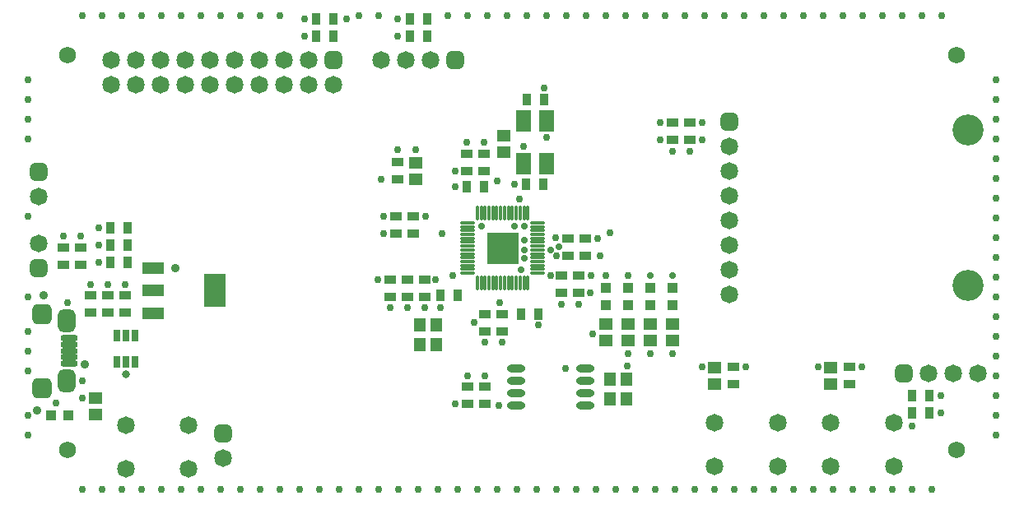
<source format=gts>
G04*
G04 #@! TF.GenerationSoftware,Altium Limited,Altium Designer,21.3.2 (30)*
G04*
G04 Layer_Color=8388736*
%FSLAX25Y25*%
%MOIN*%
G70*
G04*
G04 #@! TF.SameCoordinates,41522B4C-5660-4B3E-BEA4-8D9A01AACCA4*
G04*
G04*
G04 #@! TF.FilePolarity,Negative*
G04*
G01*
G75*
%ADD38R,0.06312X0.08674*%
%ADD39R,0.08871X0.04737*%
%ADD40R,0.08871X0.13595*%
%ADD41O,0.07493X0.03162*%
%ADD42R,0.13005X0.13005*%
%ADD43O,0.01587X0.05918*%
%ADD44O,0.05918X0.01587*%
%ADD45R,0.05300X0.04800*%
%ADD46R,0.04800X0.05300*%
G04:AMPARAMS|DCode=47|XSize=82.8mil|YSize=78.87mil|CornerRadius=21.72mil|HoleSize=0mil|Usage=FLASHONLY|Rotation=270.000|XOffset=0mil|YOffset=0mil|HoleType=Round|Shape=RoundedRectangle|*
%AMROUNDEDRECTD47*
21,1,0.08280,0.03543,0,0,270.0*
21,1,0.03937,0.07887,0,0,270.0*
1,1,0.04343,-0.01772,-0.01968*
1,1,0.04343,-0.01772,0.01968*
1,1,0.04343,0.01772,0.01968*
1,1,0.04343,0.01772,-0.01968*
%
%ADD47ROUNDEDRECTD47*%
G04:AMPARAMS|DCode=48|XSize=70.99mil|YSize=90.68mil|CornerRadius=19.75mil|HoleSize=0mil|Usage=FLASHONLY|Rotation=0.000|XOffset=0mil|YOffset=0mil|HoleType=Round|Shape=RoundedRectangle|*
%AMROUNDEDRECTD48*
21,1,0.07099,0.05118,0,0,0.0*
21,1,0.03150,0.09068,0,0,0.0*
1,1,0.03950,0.01575,-0.02559*
1,1,0.03950,-0.01575,-0.02559*
1,1,0.03950,-0.01575,0.02559*
1,1,0.03950,0.01575,0.02559*
%
%ADD48ROUNDEDRECTD48*%
G04:AMPARAMS|DCode=49|XSize=23.75mil|YSize=67.06mil|CornerRadius=7.94mil|HoleSize=0mil|Usage=FLASHONLY|Rotation=270.000|XOffset=0mil|YOffset=0mil|HoleType=Round|Shape=RoundedRectangle|*
%AMROUNDEDRECTD49*
21,1,0.02375,0.05118,0,0,270.0*
21,1,0.00787,0.06706,0,0,270.0*
1,1,0.01587,-0.02559,-0.00394*
1,1,0.01587,-0.02559,0.00394*
1,1,0.01587,0.02559,0.00394*
1,1,0.01587,0.02559,-0.00394*
%
%ADD49ROUNDEDRECTD49*%
%ADD50R,0.03162X0.04540*%
%ADD51R,0.04000X0.04000*%
%ADD52R,0.04000X0.04000*%
%ADD53R,0.04800X0.03800*%
%ADD54R,0.03800X0.04800*%
%ADD55C,0.07178*%
G04:AMPARAMS|DCode=56|XSize=71.78mil|YSize=71.78mil|CornerRadius=19.95mil|HoleSize=0mil|Usage=FLASHONLY|Rotation=180.000|XOffset=0mil|YOffset=0mil|HoleType=Round|Shape=RoundedRectangle|*
%AMROUNDEDRECTD56*
21,1,0.07178,0.03189,0,0,180.0*
21,1,0.03189,0.07178,0,0,180.0*
1,1,0.03989,-0.01595,0.01595*
1,1,0.03989,0.01595,0.01595*
1,1,0.03989,0.01595,-0.01595*
1,1,0.03989,-0.01595,-0.01595*
%
%ADD56ROUNDEDRECTD56*%
%ADD57C,0.12611*%
G04:AMPARAMS|DCode=58|XSize=71.78mil|YSize=71.78mil|CornerRadius=19.95mil|HoleSize=0mil|Usage=FLASHONLY|Rotation=270.000|XOffset=0mil|YOffset=0mil|HoleType=Round|Shape=RoundedRectangle|*
%AMROUNDEDRECTD58*
21,1,0.07178,0.03189,0,0,270.0*
21,1,0.03189,0.07178,0,0,270.0*
1,1,0.03989,-0.01595,-0.01595*
1,1,0.03989,-0.01595,0.01595*
1,1,0.03989,0.01595,0.01595*
1,1,0.03989,0.01595,-0.01595*
%
%ADD58ROUNDEDRECTD58*%
%ADD59C,0.06800*%
%ADD60C,0.03000*%
%ADD61C,0.03600*%
%ADD62C,0.03200*%
%ADD63C,0.02800*%
D38*
X204500Y136000D02*
D03*
Y153323D02*
D03*
X213949D02*
D03*
Y136000D02*
D03*
D39*
X54650Y93555D02*
D03*
Y84500D02*
D03*
Y75445D02*
D03*
D40*
X79650Y84500D02*
D03*
D41*
X229476Y38000D02*
D03*
Y43000D02*
D03*
Y48000D02*
D03*
Y53000D02*
D03*
X201524Y38000D02*
D03*
Y43000D02*
D03*
Y48000D02*
D03*
Y53000D02*
D03*
D42*
X196138Y101787D02*
D03*
D43*
X190626Y87713D02*
D03*
X200075D02*
D03*
X201650D02*
D03*
X198500D02*
D03*
X206374D02*
D03*
X195350D02*
D03*
X192201D02*
D03*
X189051D02*
D03*
X203224D02*
D03*
X204799D02*
D03*
X193776D02*
D03*
X196925D02*
D03*
X185902D02*
D03*
X187476D02*
D03*
X206374Y115862D02*
D03*
X204799D02*
D03*
X203224D02*
D03*
X201650D02*
D03*
X200075D02*
D03*
X198500D02*
D03*
X196925D02*
D03*
X195350D02*
D03*
X193776D02*
D03*
X192201D02*
D03*
X190626D02*
D03*
X189051D02*
D03*
X187476D02*
D03*
X185902D02*
D03*
D44*
X210213Y91551D02*
D03*
Y93126D02*
D03*
Y94701D02*
D03*
Y96276D02*
D03*
Y97850D02*
D03*
Y99425D02*
D03*
Y101000D02*
D03*
Y102575D02*
D03*
Y104150D02*
D03*
Y105724D02*
D03*
Y107299D02*
D03*
Y108874D02*
D03*
Y110449D02*
D03*
Y112024D02*
D03*
X182063D02*
D03*
Y110449D02*
D03*
Y108874D02*
D03*
Y107299D02*
D03*
Y105724D02*
D03*
Y104150D02*
D03*
Y102575D02*
D03*
Y101000D02*
D03*
Y99425D02*
D03*
Y97850D02*
D03*
Y96276D02*
D03*
Y94701D02*
D03*
Y93126D02*
D03*
Y91551D02*
D03*
D45*
X329000Y46650D02*
D03*
Y53350D02*
D03*
X282000Y46650D02*
D03*
Y53350D02*
D03*
X265000Y64150D02*
D03*
Y70850D02*
D03*
X256000Y64150D02*
D03*
Y70850D02*
D03*
X247000Y64150D02*
D03*
Y70850D02*
D03*
X238000Y64150D02*
D03*
Y70850D02*
D03*
X31150Y40850D02*
D03*
Y34150D02*
D03*
X161000Y136350D02*
D03*
Y129650D02*
D03*
X196500Y140650D02*
D03*
Y147350D02*
D03*
D46*
X246350Y48500D02*
D03*
X239650D02*
D03*
X162650Y70500D02*
D03*
X169350D02*
D03*
X162650Y62500D02*
D03*
X169350D02*
D03*
X239650Y40500D02*
D03*
X246350D02*
D03*
D47*
X9618Y75020D02*
D03*
Y45098D02*
D03*
D48*
X19658Y47854D02*
D03*
Y72264D02*
D03*
D49*
X20544Y54941D02*
D03*
Y57500D02*
D03*
Y60059D02*
D03*
Y62618D02*
D03*
Y65177D02*
D03*
D50*
X39910Y55685D02*
D03*
X43650D02*
D03*
X47390D02*
D03*
Y66315D02*
D03*
X43650D02*
D03*
X39910D02*
D03*
D51*
X20150Y34000D02*
D03*
X13150D02*
D03*
D52*
X265000Y78500D02*
D03*
Y85500D02*
D03*
X256000Y78500D02*
D03*
Y85500D02*
D03*
X247000Y78500D02*
D03*
Y85500D02*
D03*
X238000Y78500D02*
D03*
Y85500D02*
D03*
D53*
X153500Y129500D02*
D03*
Y136500D02*
D03*
X336500Y46500D02*
D03*
Y53500D02*
D03*
X289500Y46500D02*
D03*
Y53500D02*
D03*
X265000Y152500D02*
D03*
Y145500D02*
D03*
X272000Y152500D02*
D03*
Y145500D02*
D03*
X25150Y102000D02*
D03*
Y95000D02*
D03*
X18150D02*
D03*
Y102000D02*
D03*
X43150Y75500D02*
D03*
Y82500D02*
D03*
X29150Y75500D02*
D03*
Y82500D02*
D03*
X36150Y75500D02*
D03*
Y82500D02*
D03*
X182000Y38500D02*
D03*
Y45500D02*
D03*
X189000Y38500D02*
D03*
Y45500D02*
D03*
X150500Y89000D02*
D03*
Y82000D02*
D03*
X153000Y107500D02*
D03*
Y114500D02*
D03*
X188500Y133000D02*
D03*
Y140000D02*
D03*
X229500Y105500D02*
D03*
Y98500D02*
D03*
X227000Y90500D02*
D03*
Y83500D02*
D03*
X157500Y89000D02*
D03*
Y82000D02*
D03*
X189000Y75000D02*
D03*
Y68000D02*
D03*
X160000Y107500D02*
D03*
Y114500D02*
D03*
X181500Y133000D02*
D03*
Y140000D02*
D03*
X222500Y105500D02*
D03*
Y98500D02*
D03*
X220000Y90500D02*
D03*
Y83500D02*
D03*
X164500Y89000D02*
D03*
Y82000D02*
D03*
X196000Y75000D02*
D03*
Y68000D02*
D03*
D54*
X362000Y42000D02*
D03*
X369000D02*
D03*
X362000Y35000D02*
D03*
X369000D02*
D03*
X127500Y187500D02*
D03*
X120500D02*
D03*
X127500Y194500D02*
D03*
X120500D02*
D03*
X165500D02*
D03*
X158500D02*
D03*
X165500Y187500D02*
D03*
X158500D02*
D03*
X44150Y96000D02*
D03*
X37150D02*
D03*
X44150Y103000D02*
D03*
X37150D02*
D03*
X44150Y110000D02*
D03*
X37150D02*
D03*
X206000Y162000D02*
D03*
X213000D02*
D03*
X212500Y127500D02*
D03*
X205500D02*
D03*
X178000Y82500D02*
D03*
X171000D02*
D03*
X188500Y126500D02*
D03*
X181500D02*
D03*
X203500Y75000D02*
D03*
X210500D02*
D03*
D55*
X67500Y178000D02*
D03*
X107500D02*
D03*
X117500Y168000D02*
D03*
X77500Y178000D02*
D03*
X87500D02*
D03*
X97500D02*
D03*
X117500D02*
D03*
X67500Y168000D02*
D03*
X77500D02*
D03*
X87500D02*
D03*
X97500D02*
D03*
X107500D02*
D03*
X127500D02*
D03*
X37500Y178000D02*
D03*
X47500D02*
D03*
X57500D02*
D03*
Y168000D02*
D03*
X47500D02*
D03*
X37500D02*
D03*
X167000Y178000D02*
D03*
X157000D02*
D03*
X147000D02*
D03*
X43500Y30000D02*
D03*
X69090D02*
D03*
X43500Y12284D02*
D03*
X69090D02*
D03*
X329000Y31000D02*
D03*
X354591D02*
D03*
X329000Y13284D02*
D03*
X354591D02*
D03*
X282000Y31000D02*
D03*
X307591D02*
D03*
X282000Y13284D02*
D03*
X307591D02*
D03*
X287846Y82996D02*
D03*
Y142996D02*
D03*
Y132996D02*
D03*
Y122996D02*
D03*
Y112996D02*
D03*
Y102996D02*
D03*
Y92996D02*
D03*
X8150Y122500D02*
D03*
X83000Y16500D02*
D03*
X8150Y103500D02*
D03*
X388500Y51000D02*
D03*
X378500D02*
D03*
X368500D02*
D03*
D56*
X127500Y178000D02*
D03*
X177000D02*
D03*
X358500Y51000D02*
D03*
D57*
X384500Y86500D02*
D03*
Y149492D02*
D03*
D58*
X287846Y152996D02*
D03*
X8150Y132500D02*
D03*
X83000Y26500D02*
D03*
X8150Y93500D02*
D03*
D59*
X20000Y180000D02*
D03*
X380000Y20000D02*
D03*
X20000D02*
D03*
X380000Y180000D02*
D03*
D60*
X272000Y141000D02*
D03*
X265000D02*
D03*
X153500Y194500D02*
D03*
Y187500D02*
D03*
X4000Y170000D02*
D03*
Y162000D02*
D03*
Y154000D02*
D03*
Y146000D02*
D03*
Y114500D02*
D03*
Y82000D02*
D03*
Y68000D02*
D03*
Y60000D02*
D03*
Y52000D02*
D03*
Y34000D02*
D03*
Y26000D02*
D03*
X396000Y162000D02*
D03*
Y146000D02*
D03*
Y50000D02*
D03*
Y130000D02*
D03*
Y114000D02*
D03*
Y42000D02*
D03*
Y98000D02*
D03*
Y90000D02*
D03*
Y34000D02*
D03*
Y26000D02*
D03*
Y82000D02*
D03*
Y74000D02*
D03*
Y66000D02*
D03*
Y58000D02*
D03*
Y106000D02*
D03*
Y122000D02*
D03*
Y138000D02*
D03*
Y154000D02*
D03*
Y170000D02*
D03*
X138000Y196000D02*
D03*
X374000D02*
D03*
X366000D02*
D03*
X358000D02*
D03*
X350000D02*
D03*
X342000D02*
D03*
X334000D02*
D03*
X326000D02*
D03*
X318000D02*
D03*
X310000D02*
D03*
X302000D02*
D03*
X294000D02*
D03*
X286000D02*
D03*
X278000D02*
D03*
X270000D02*
D03*
X262000D02*
D03*
X254000D02*
D03*
X246000D02*
D03*
X238000D02*
D03*
X230000D02*
D03*
X222000D02*
D03*
X214000D02*
D03*
X206000D02*
D03*
X198000D02*
D03*
X190000D02*
D03*
X182000D02*
D03*
X174000D02*
D03*
X146000D02*
D03*
X106000D02*
D03*
X98000D02*
D03*
X90000D02*
D03*
X82000D02*
D03*
X74000D02*
D03*
X66000D02*
D03*
X58000D02*
D03*
X50000D02*
D03*
X42000D02*
D03*
X34000D02*
D03*
X26000D02*
D03*
X370000Y4000D02*
D03*
X362000D02*
D03*
X354000D02*
D03*
X346000D02*
D03*
X338000D02*
D03*
X330000D02*
D03*
X322000D02*
D03*
X314000D02*
D03*
X306000D02*
D03*
X298000D02*
D03*
X290000D02*
D03*
X282000D02*
D03*
X274000D02*
D03*
X266000D02*
D03*
X258000D02*
D03*
X250000D02*
D03*
X242000D02*
D03*
X234000D02*
D03*
X226000D02*
D03*
X218000D02*
D03*
X210000D02*
D03*
X202000D02*
D03*
X194000D02*
D03*
X186000D02*
D03*
X178000D02*
D03*
X170000D02*
D03*
X162000D02*
D03*
X154000D02*
D03*
X146000D02*
D03*
X138000D02*
D03*
X130000D02*
D03*
X122000D02*
D03*
X114000D02*
D03*
X106000D02*
D03*
X98000D02*
D03*
X90000D02*
D03*
X82000D02*
D03*
X74000D02*
D03*
X66000D02*
D03*
X58000D02*
D03*
X50000D02*
D03*
X42000D02*
D03*
X34000D02*
D03*
X26000D02*
D03*
X239500Y107949D02*
D03*
X133000Y194500D02*
D03*
X116000Y187500D02*
D03*
Y194500D02*
D03*
X26000Y41000D02*
D03*
X20000Y79500D02*
D03*
X25854Y47854D02*
D03*
X18150Y106500D02*
D03*
X221500Y53000D02*
D03*
X277000Y53500D02*
D03*
X32650Y103000D02*
D03*
X204500Y143000D02*
D03*
X217500Y106000D02*
D03*
X235500Y98500D02*
D03*
X200000Y98000D02*
D03*
X192500D02*
D03*
X200000Y105500D02*
D03*
X192500D02*
D03*
X213000Y166500D02*
D03*
X201000Y127500D02*
D03*
X214000Y146500D02*
D03*
X234500Y105500D02*
D03*
X194000Y129000D02*
D03*
X147000Y129500D02*
D03*
X176000Y90500D02*
D03*
X169000Y89000D02*
D03*
X145500D02*
D03*
X148000Y107500D02*
D03*
Y114500D02*
D03*
X165000D02*
D03*
X171500Y107500D02*
D03*
X177000Y133000D02*
D03*
Y126500D02*
D03*
X161000Y141500D02*
D03*
X188500Y144500D02*
D03*
X181500D02*
D03*
X153500Y141500D02*
D03*
X177000Y38500D02*
D03*
X194500Y38000D02*
D03*
X182000Y50000D02*
D03*
X189000D02*
D03*
X196000Y63500D02*
D03*
X189000D02*
D03*
X184500Y71500D02*
D03*
X195000Y79500D02*
D03*
X203000Y121500D02*
D03*
X29150Y87000D02*
D03*
X36150D02*
D03*
X43150D02*
D03*
X32650Y96000D02*
D03*
Y110000D02*
D03*
X15150Y39000D02*
D03*
X373500Y35000D02*
D03*
Y42000D02*
D03*
X246500Y54000D02*
D03*
X362000Y29500D02*
D03*
X25150Y106500D02*
D03*
X220000Y79000D02*
D03*
X232500Y67000D02*
D03*
X324000Y53500D02*
D03*
X341500D02*
D03*
X294500D02*
D03*
X218000Y98500D02*
D03*
X247000Y90500D02*
D03*
X238000D02*
D03*
X215500D02*
D03*
X247000Y59000D02*
D03*
X265000D02*
D03*
X256000D02*
D03*
X232000Y90500D02*
D03*
X231500Y83500D02*
D03*
X210500Y70500D02*
D03*
X171000Y77500D02*
D03*
X164500D02*
D03*
X157500D02*
D03*
X150500D02*
D03*
X227000Y79000D02*
D03*
X260000Y152500D02*
D03*
Y145500D02*
D03*
X277000D02*
D03*
Y152500D02*
D03*
D61*
X27000Y54500D02*
D03*
X63729Y93629D02*
D03*
X10150Y82500D02*
D03*
X7650Y36000D02*
D03*
D62*
X43650Y50500D02*
D03*
D63*
X215500Y101000D02*
D03*
X218936Y102216D02*
D03*
X187500Y110500D02*
D03*
X201000D02*
D03*
X205000D02*
D03*
Y105000D02*
D03*
Y101000D02*
D03*
Y97500D02*
D03*
X203500Y93000D02*
D03*
X265000Y90500D02*
D03*
X256000D02*
D03*
M02*

</source>
